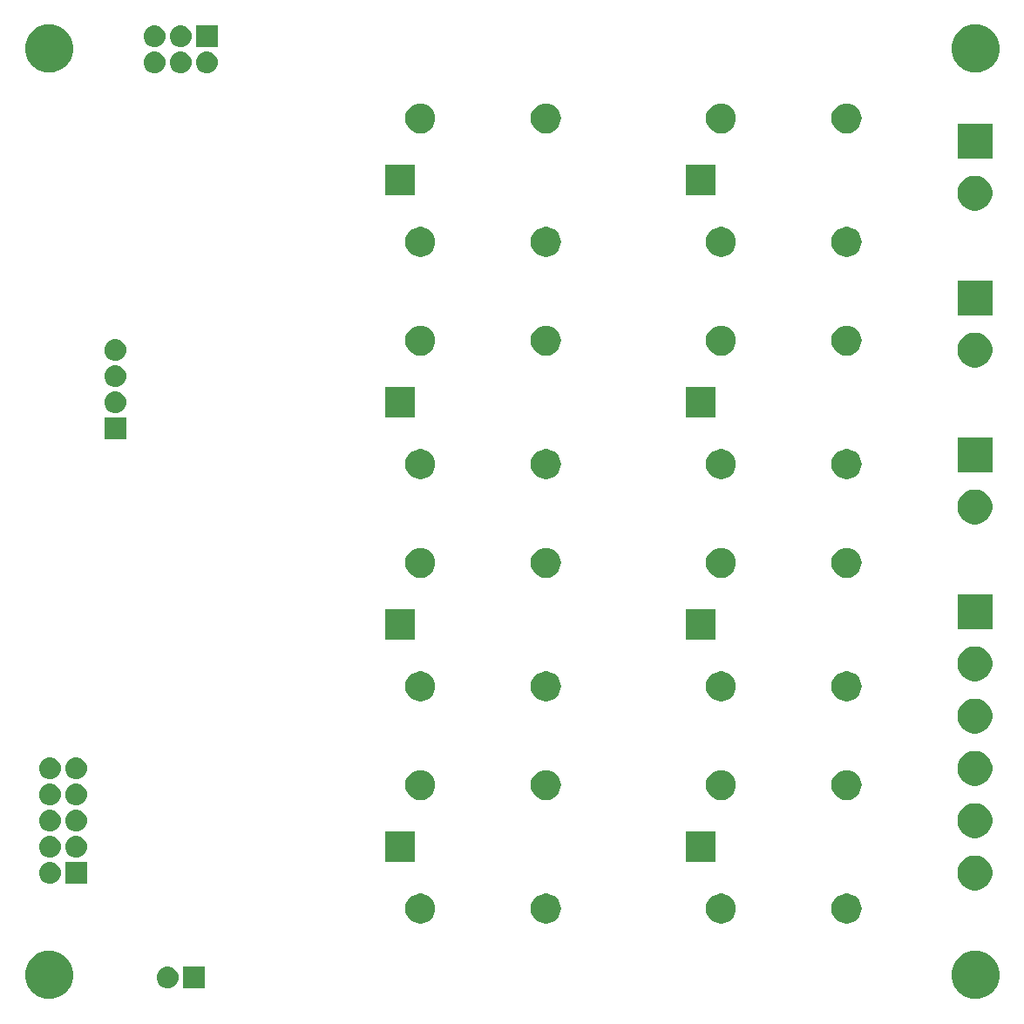
<source format=gbs>
G04 #@! TF.GenerationSoftware,KiCad,Pcbnew,6.0.0-rc1-unknown-7b10490~66~ubuntu16.04.1*
G04 #@! TF.CreationDate,2018-10-31T23:07:41+01:00*
G04 #@! TF.ProjectId,exhaust_control,65786861-7573-4745-9f63-6f6e74726f6c,rev?*
G04 #@! TF.SameCoordinates,Original*
G04 #@! TF.FileFunction,Soldermask,Bot*
G04 #@! TF.FilePolarity,Negative*
%FSLAX46Y46*%
G04 Gerber Fmt 4.6, Leading zero omitted, Abs format (unit mm)*
G04 Created by KiCad (PCBNEW 6.0.0-rc1-unknown-7b10490~66~ubuntu16.04.1) date Wed 31 Oct 2018 23:07:41 CET*
%MOMM*%
%LPD*%
G01*
G04 APERTURE LIST*
%ADD10C,0.100000*%
G04 APERTURE END LIST*
D10*
G36*
X95344959Y-92672577D02*
X95685470Y-92740309D01*
X96113143Y-92917457D01*
X96498038Y-93174636D01*
X96825364Y-93501962D01*
X97082543Y-93886857D01*
X97259691Y-94314530D01*
X97350000Y-94768545D01*
X97350000Y-95231455D01*
X97259691Y-95685470D01*
X97082543Y-96113143D01*
X96825364Y-96498038D01*
X96498038Y-96825364D01*
X96113143Y-97082543D01*
X95685470Y-97259691D01*
X95344959Y-97327423D01*
X95231456Y-97350000D01*
X94768544Y-97350000D01*
X94655041Y-97327423D01*
X94314530Y-97259691D01*
X93886857Y-97082543D01*
X93501962Y-96825364D01*
X93174636Y-96498038D01*
X92917457Y-96113143D01*
X92740309Y-95685470D01*
X92650000Y-95231455D01*
X92650000Y-94768545D01*
X92740309Y-94314530D01*
X92917457Y-93886857D01*
X93174636Y-93501962D01*
X93501962Y-93174636D01*
X93886857Y-92917457D01*
X94314530Y-92740309D01*
X94655041Y-92672577D01*
X94768544Y-92650000D01*
X95231456Y-92650000D01*
X95344959Y-92672577D01*
X95344959Y-92672577D01*
G37*
G36*
X5344959Y-92672577D02*
X5685470Y-92740309D01*
X6113143Y-92917457D01*
X6498038Y-93174636D01*
X6825364Y-93501962D01*
X7082543Y-93886857D01*
X7259691Y-94314530D01*
X7350000Y-94768545D01*
X7350000Y-95231455D01*
X7259691Y-95685470D01*
X7082543Y-96113143D01*
X6825364Y-96498038D01*
X6498038Y-96825364D01*
X6113143Y-97082543D01*
X5685470Y-97259691D01*
X5344959Y-97327423D01*
X5231456Y-97350000D01*
X4768544Y-97350000D01*
X4655041Y-97327423D01*
X4314530Y-97259691D01*
X3886857Y-97082543D01*
X3501962Y-96825364D01*
X3174636Y-96498038D01*
X2917457Y-96113143D01*
X2740309Y-95685470D01*
X2650000Y-95231455D01*
X2650000Y-94768545D01*
X2740309Y-94314530D01*
X2917457Y-93886857D01*
X3174636Y-93501962D01*
X3501962Y-93174636D01*
X3886857Y-92917457D01*
X4314530Y-92740309D01*
X4655041Y-92672577D01*
X4768544Y-92650000D01*
X5231456Y-92650000D01*
X5344959Y-92672577D01*
X5344959Y-92672577D01*
G37*
G36*
X16638707Y-94207596D02*
X16715836Y-94215193D01*
X16847787Y-94255220D01*
X16913763Y-94275233D01*
X17096172Y-94372733D01*
X17256054Y-94503946D01*
X17387267Y-94663828D01*
X17484767Y-94846237D01*
X17484767Y-94846238D01*
X17544807Y-95044164D01*
X17565080Y-95250000D01*
X17544807Y-95455836D01*
X17504780Y-95587787D01*
X17484767Y-95653763D01*
X17387267Y-95836172D01*
X17256054Y-95996054D01*
X17096172Y-96127267D01*
X16913763Y-96224767D01*
X16847787Y-96244780D01*
X16715836Y-96284807D01*
X16638707Y-96292403D01*
X16561580Y-96300000D01*
X16458420Y-96300000D01*
X16381293Y-96292403D01*
X16304164Y-96284807D01*
X16172213Y-96244780D01*
X16106237Y-96224767D01*
X15923828Y-96127267D01*
X15763946Y-95996054D01*
X15632733Y-95836172D01*
X15535233Y-95653763D01*
X15515220Y-95587787D01*
X15475193Y-95455836D01*
X15454920Y-95250000D01*
X15475193Y-95044164D01*
X15535233Y-94846238D01*
X15535233Y-94846237D01*
X15632733Y-94663828D01*
X15763946Y-94503946D01*
X15923828Y-94372733D01*
X16106237Y-94275233D01*
X16172213Y-94255220D01*
X16304164Y-94215193D01*
X16381293Y-94207596D01*
X16458420Y-94200000D01*
X16561580Y-94200000D01*
X16638707Y-94207596D01*
X16638707Y-94207596D01*
G37*
G36*
X20100000Y-96300000D02*
X18000000Y-96300000D01*
X18000000Y-94200000D01*
X20100000Y-94200000D01*
X20100000Y-96300000D01*
X20100000Y-96300000D01*
G37*
G36*
X70383830Y-87104196D02*
X70554250Y-87120981D01*
X70827576Y-87203894D01*
X71079474Y-87338536D01*
X71300265Y-87519735D01*
X71481464Y-87740526D01*
X71616106Y-87992424D01*
X71699019Y-88265750D01*
X71727015Y-88550000D01*
X71699019Y-88834250D01*
X71616106Y-89107576D01*
X71481464Y-89359474D01*
X71300265Y-89580265D01*
X71079474Y-89761464D01*
X70827576Y-89896106D01*
X70554250Y-89979019D01*
X70383830Y-89995804D01*
X70341226Y-90000000D01*
X70198774Y-90000000D01*
X70156170Y-89995804D01*
X69985750Y-89979019D01*
X69712424Y-89896106D01*
X69460526Y-89761464D01*
X69239735Y-89580265D01*
X69058536Y-89359474D01*
X68923894Y-89107576D01*
X68840981Y-88834250D01*
X68812985Y-88550000D01*
X68840981Y-88265750D01*
X68923894Y-87992424D01*
X69058536Y-87740526D01*
X69239735Y-87519735D01*
X69460526Y-87338536D01*
X69712424Y-87203894D01*
X69985750Y-87120981D01*
X70156170Y-87104196D01*
X70198774Y-87100000D01*
X70341226Y-87100000D01*
X70383830Y-87104196D01*
X70383830Y-87104196D01*
G37*
G36*
X82583830Y-87104196D02*
X82754250Y-87120981D01*
X83027576Y-87203894D01*
X83279474Y-87338536D01*
X83500265Y-87519735D01*
X83681464Y-87740526D01*
X83816106Y-87992424D01*
X83899019Y-88265750D01*
X83927015Y-88550000D01*
X83899019Y-88834250D01*
X83816106Y-89107576D01*
X83681464Y-89359474D01*
X83500265Y-89580265D01*
X83279474Y-89761464D01*
X83027576Y-89896106D01*
X82754250Y-89979019D01*
X82583830Y-89995804D01*
X82541226Y-90000000D01*
X82398774Y-90000000D01*
X82356170Y-89995804D01*
X82185750Y-89979019D01*
X81912424Y-89896106D01*
X81660526Y-89761464D01*
X81439735Y-89580265D01*
X81258536Y-89359474D01*
X81123894Y-89107576D01*
X81040981Y-88834250D01*
X81012985Y-88550000D01*
X81040981Y-88265750D01*
X81123894Y-87992424D01*
X81258536Y-87740526D01*
X81439735Y-87519735D01*
X81660526Y-87338536D01*
X81912424Y-87203894D01*
X82185750Y-87120981D01*
X82356170Y-87104196D01*
X82398774Y-87100000D01*
X82541226Y-87100000D01*
X82583830Y-87104196D01*
X82583830Y-87104196D01*
G37*
G36*
X41173830Y-87104196D02*
X41344250Y-87120981D01*
X41617576Y-87203894D01*
X41869474Y-87338536D01*
X42090265Y-87519735D01*
X42271464Y-87740526D01*
X42406106Y-87992424D01*
X42489019Y-88265750D01*
X42517015Y-88550000D01*
X42489019Y-88834250D01*
X42406106Y-89107576D01*
X42271464Y-89359474D01*
X42090265Y-89580265D01*
X41869474Y-89761464D01*
X41617576Y-89896106D01*
X41344250Y-89979019D01*
X41173830Y-89995804D01*
X41131226Y-90000000D01*
X40988774Y-90000000D01*
X40946170Y-89995804D01*
X40775750Y-89979019D01*
X40502424Y-89896106D01*
X40250526Y-89761464D01*
X40029735Y-89580265D01*
X39848536Y-89359474D01*
X39713894Y-89107576D01*
X39630981Y-88834250D01*
X39602985Y-88550000D01*
X39630981Y-88265750D01*
X39713894Y-87992424D01*
X39848536Y-87740526D01*
X40029735Y-87519735D01*
X40250526Y-87338536D01*
X40502424Y-87203894D01*
X40775750Y-87120981D01*
X40946170Y-87104196D01*
X40988774Y-87100000D01*
X41131226Y-87100000D01*
X41173830Y-87104196D01*
X41173830Y-87104196D01*
G37*
G36*
X53373830Y-87104196D02*
X53544250Y-87120981D01*
X53817576Y-87203894D01*
X54069474Y-87338536D01*
X54290265Y-87519735D01*
X54471464Y-87740526D01*
X54606106Y-87992424D01*
X54689019Y-88265750D01*
X54717015Y-88550000D01*
X54689019Y-88834250D01*
X54606106Y-89107576D01*
X54471464Y-89359474D01*
X54290265Y-89580265D01*
X54069474Y-89761464D01*
X53817576Y-89896106D01*
X53544250Y-89979019D01*
X53373830Y-89995804D01*
X53331226Y-90000000D01*
X53188774Y-90000000D01*
X53146170Y-89995804D01*
X52975750Y-89979019D01*
X52702424Y-89896106D01*
X52450526Y-89761464D01*
X52229735Y-89580265D01*
X52048536Y-89359474D01*
X51913894Y-89107576D01*
X51830981Y-88834250D01*
X51802985Y-88550000D01*
X51830981Y-88265750D01*
X51913894Y-87992424D01*
X52048536Y-87740526D01*
X52229735Y-87519735D01*
X52450526Y-87338536D01*
X52702424Y-87203894D01*
X52975750Y-87120981D01*
X53146170Y-87104196D01*
X53188774Y-87100000D01*
X53331226Y-87100000D01*
X53373830Y-87104196D01*
X53373830Y-87104196D01*
G37*
G36*
X95326393Y-83433553D02*
X95435872Y-83455330D01*
X95745252Y-83583479D01*
X96023687Y-83769523D01*
X96260477Y-84006313D01*
X96446521Y-84284748D01*
X96574670Y-84594128D01*
X96640000Y-84922565D01*
X96640000Y-85257435D01*
X96574670Y-85585872D01*
X96446521Y-85895252D01*
X96260477Y-86173687D01*
X96023687Y-86410477D01*
X95745252Y-86596521D01*
X95435872Y-86724670D01*
X95326393Y-86746447D01*
X95107437Y-86790000D01*
X94772563Y-86790000D01*
X94553607Y-86746447D01*
X94444128Y-86724670D01*
X94134748Y-86596521D01*
X93856313Y-86410477D01*
X93619523Y-86173687D01*
X93433479Y-85895252D01*
X93305330Y-85585872D01*
X93240000Y-85257435D01*
X93240000Y-84922565D01*
X93305330Y-84594128D01*
X93433479Y-84284748D01*
X93619523Y-84006313D01*
X93856313Y-83769523D01*
X94134748Y-83583479D01*
X94444128Y-83455330D01*
X94553607Y-83433553D01*
X94772563Y-83390000D01*
X95107437Y-83390000D01*
X95326393Y-83433553D01*
X95326393Y-83433553D01*
G37*
G36*
X8670000Y-86140000D02*
X6570000Y-86140000D01*
X6570000Y-84040000D01*
X8670000Y-84040000D01*
X8670000Y-86140000D01*
X8670000Y-86140000D01*
G37*
G36*
X5208707Y-84047596D02*
X5285836Y-84055193D01*
X5417787Y-84095220D01*
X5483763Y-84115233D01*
X5666172Y-84212733D01*
X5826054Y-84343946D01*
X5957267Y-84503828D01*
X6054767Y-84686237D01*
X6054767Y-84686238D01*
X6114807Y-84884164D01*
X6135080Y-85090000D01*
X6114807Y-85295836D01*
X6074780Y-85427787D01*
X6054767Y-85493763D01*
X5957267Y-85676172D01*
X5826054Y-85836054D01*
X5666172Y-85967267D01*
X5483763Y-86064767D01*
X5417787Y-86084780D01*
X5285836Y-86124807D01*
X5208707Y-86132403D01*
X5131580Y-86140000D01*
X5028420Y-86140000D01*
X4951293Y-86132403D01*
X4874164Y-86124807D01*
X4742213Y-86084780D01*
X4676237Y-86064767D01*
X4493828Y-85967267D01*
X4333946Y-85836054D01*
X4202733Y-85676172D01*
X4105233Y-85493763D01*
X4085220Y-85427787D01*
X4045193Y-85295836D01*
X4024920Y-85090000D01*
X4045193Y-84884164D01*
X4105233Y-84686238D01*
X4105233Y-84686237D01*
X4202733Y-84503828D01*
X4333946Y-84343946D01*
X4493828Y-84212733D01*
X4676237Y-84115233D01*
X4742213Y-84095220D01*
X4874164Y-84055193D01*
X4951293Y-84047596D01*
X5028420Y-84040000D01*
X5131580Y-84040000D01*
X5208707Y-84047596D01*
X5208707Y-84047596D01*
G37*
G36*
X69720000Y-84000000D02*
X66820000Y-84000000D01*
X66820000Y-81100000D01*
X69720000Y-81100000D01*
X69720000Y-84000000D01*
X69720000Y-84000000D01*
G37*
G36*
X40510000Y-84000000D02*
X37610000Y-84000000D01*
X37610000Y-81100000D01*
X40510000Y-81100000D01*
X40510000Y-84000000D01*
X40510000Y-84000000D01*
G37*
G36*
X7748707Y-81507597D02*
X7825836Y-81515193D01*
X7957787Y-81555220D01*
X8023763Y-81575233D01*
X8206172Y-81672733D01*
X8366054Y-81803946D01*
X8497267Y-81963828D01*
X8594767Y-82146237D01*
X8594767Y-82146238D01*
X8654807Y-82344164D01*
X8675080Y-82550000D01*
X8654807Y-82755836D01*
X8614780Y-82887787D01*
X8594767Y-82953763D01*
X8497267Y-83136172D01*
X8366054Y-83296054D01*
X8206172Y-83427267D01*
X8023763Y-83524767D01*
X7957787Y-83544780D01*
X7825836Y-83584807D01*
X7748707Y-83592404D01*
X7671580Y-83600000D01*
X7568420Y-83600000D01*
X7491293Y-83592404D01*
X7414164Y-83584807D01*
X7282213Y-83544780D01*
X7216237Y-83524767D01*
X7033828Y-83427267D01*
X6873946Y-83296054D01*
X6742733Y-83136172D01*
X6645233Y-82953763D01*
X6625220Y-82887787D01*
X6585193Y-82755836D01*
X6564920Y-82550000D01*
X6585193Y-82344164D01*
X6645233Y-82146238D01*
X6645233Y-82146237D01*
X6742733Y-81963828D01*
X6873946Y-81803946D01*
X7033828Y-81672733D01*
X7216237Y-81575233D01*
X7282213Y-81555220D01*
X7414164Y-81515193D01*
X7491293Y-81507597D01*
X7568420Y-81500000D01*
X7671580Y-81500000D01*
X7748707Y-81507597D01*
X7748707Y-81507597D01*
G37*
G36*
X5208707Y-81507597D02*
X5285836Y-81515193D01*
X5417787Y-81555220D01*
X5483763Y-81575233D01*
X5666172Y-81672733D01*
X5826054Y-81803946D01*
X5957267Y-81963828D01*
X6054767Y-82146237D01*
X6054767Y-82146238D01*
X6114807Y-82344164D01*
X6135080Y-82550000D01*
X6114807Y-82755836D01*
X6074780Y-82887787D01*
X6054767Y-82953763D01*
X5957267Y-83136172D01*
X5826054Y-83296054D01*
X5666172Y-83427267D01*
X5483763Y-83524767D01*
X5417787Y-83544780D01*
X5285836Y-83584807D01*
X5208707Y-83592404D01*
X5131580Y-83600000D01*
X5028420Y-83600000D01*
X4951293Y-83592404D01*
X4874164Y-83584807D01*
X4742213Y-83544780D01*
X4676237Y-83524767D01*
X4493828Y-83427267D01*
X4333946Y-83296054D01*
X4202733Y-83136172D01*
X4105233Y-82953763D01*
X4085220Y-82887787D01*
X4045193Y-82755836D01*
X4024920Y-82550000D01*
X4045193Y-82344164D01*
X4105233Y-82146238D01*
X4105233Y-82146237D01*
X4202733Y-81963828D01*
X4333946Y-81803946D01*
X4493828Y-81672733D01*
X4676237Y-81575233D01*
X4742213Y-81555220D01*
X4874164Y-81515193D01*
X4951293Y-81507597D01*
X5028420Y-81500000D01*
X5131580Y-81500000D01*
X5208707Y-81507597D01*
X5208707Y-81507597D01*
G37*
G36*
X95326393Y-78353553D02*
X95435872Y-78375330D01*
X95745252Y-78503479D01*
X96023687Y-78689523D01*
X96260477Y-78926313D01*
X96446521Y-79204748D01*
X96574670Y-79514128D01*
X96640000Y-79842565D01*
X96640000Y-80177435D01*
X96574670Y-80505872D01*
X96446521Y-80815252D01*
X96260477Y-81093687D01*
X96023687Y-81330477D01*
X95745252Y-81516521D01*
X95435872Y-81644670D01*
X95326393Y-81666447D01*
X95107437Y-81710000D01*
X94772563Y-81710000D01*
X94553607Y-81666447D01*
X94444128Y-81644670D01*
X94134748Y-81516521D01*
X93856313Y-81330477D01*
X93619523Y-81093687D01*
X93433479Y-80815252D01*
X93305330Y-80505872D01*
X93240000Y-80177435D01*
X93240000Y-79842565D01*
X93305330Y-79514128D01*
X93433479Y-79204748D01*
X93619523Y-78926313D01*
X93856313Y-78689523D01*
X94134748Y-78503479D01*
X94444128Y-78375330D01*
X94553607Y-78353553D01*
X94772563Y-78310000D01*
X95107437Y-78310000D01*
X95326393Y-78353553D01*
X95326393Y-78353553D01*
G37*
G36*
X5208707Y-78967597D02*
X5285836Y-78975193D01*
X5417787Y-79015220D01*
X5483763Y-79035233D01*
X5666172Y-79132733D01*
X5826054Y-79263946D01*
X5957267Y-79423828D01*
X6054767Y-79606237D01*
X6054767Y-79606238D01*
X6114807Y-79804164D01*
X6135080Y-80010000D01*
X6114807Y-80215836D01*
X6074780Y-80347787D01*
X6054767Y-80413763D01*
X5957267Y-80596172D01*
X5826054Y-80756054D01*
X5666172Y-80887267D01*
X5483763Y-80984767D01*
X5417787Y-81004780D01*
X5285836Y-81044807D01*
X5208707Y-81052404D01*
X5131580Y-81060000D01*
X5028420Y-81060000D01*
X4951293Y-81052404D01*
X4874164Y-81044807D01*
X4742213Y-81004780D01*
X4676237Y-80984767D01*
X4493828Y-80887267D01*
X4333946Y-80756054D01*
X4202733Y-80596172D01*
X4105233Y-80413763D01*
X4085220Y-80347787D01*
X4045193Y-80215836D01*
X4024920Y-80010000D01*
X4045193Y-79804164D01*
X4105233Y-79606238D01*
X4105233Y-79606237D01*
X4202733Y-79423828D01*
X4333946Y-79263946D01*
X4493828Y-79132733D01*
X4676237Y-79035233D01*
X4742213Y-79015220D01*
X4874164Y-78975193D01*
X4951293Y-78967597D01*
X5028420Y-78960000D01*
X5131580Y-78960000D01*
X5208707Y-78967597D01*
X5208707Y-78967597D01*
G37*
G36*
X7748707Y-78967597D02*
X7825836Y-78975193D01*
X7957787Y-79015220D01*
X8023763Y-79035233D01*
X8206172Y-79132733D01*
X8366054Y-79263946D01*
X8497267Y-79423828D01*
X8594767Y-79606237D01*
X8594767Y-79606238D01*
X8654807Y-79804164D01*
X8675080Y-80010000D01*
X8654807Y-80215836D01*
X8614780Y-80347787D01*
X8594767Y-80413763D01*
X8497267Y-80596172D01*
X8366054Y-80756054D01*
X8206172Y-80887267D01*
X8023763Y-80984767D01*
X7957787Y-81004780D01*
X7825836Y-81044807D01*
X7748707Y-81052404D01*
X7671580Y-81060000D01*
X7568420Y-81060000D01*
X7491293Y-81052404D01*
X7414164Y-81044807D01*
X7282213Y-81004780D01*
X7216237Y-80984767D01*
X7033828Y-80887267D01*
X6873946Y-80756054D01*
X6742733Y-80596172D01*
X6645233Y-80413763D01*
X6625220Y-80347787D01*
X6585193Y-80215836D01*
X6564920Y-80010000D01*
X6585193Y-79804164D01*
X6645233Y-79606238D01*
X6645233Y-79606237D01*
X6742733Y-79423828D01*
X6873946Y-79263946D01*
X7033828Y-79132733D01*
X7216237Y-79035233D01*
X7282213Y-79015220D01*
X7414164Y-78975193D01*
X7491293Y-78967597D01*
X7568420Y-78960000D01*
X7671580Y-78960000D01*
X7748707Y-78967597D01*
X7748707Y-78967597D01*
G37*
G36*
X7748707Y-76427597D02*
X7825836Y-76435193D01*
X7957787Y-76475220D01*
X8023763Y-76495233D01*
X8206172Y-76592733D01*
X8366054Y-76723946D01*
X8497267Y-76883828D01*
X8594767Y-77066237D01*
X8594767Y-77066238D01*
X8654807Y-77264164D01*
X8675080Y-77470000D01*
X8654807Y-77675836D01*
X8628833Y-77761462D01*
X8594767Y-77873763D01*
X8497267Y-78056172D01*
X8366054Y-78216054D01*
X8206172Y-78347267D01*
X8023763Y-78444767D01*
X7957787Y-78464780D01*
X7825836Y-78504807D01*
X7748707Y-78512404D01*
X7671580Y-78520000D01*
X7568420Y-78520000D01*
X7491293Y-78512404D01*
X7414164Y-78504807D01*
X7282213Y-78464780D01*
X7216237Y-78444767D01*
X7033828Y-78347267D01*
X6873946Y-78216054D01*
X6742733Y-78056172D01*
X6645233Y-77873763D01*
X6611167Y-77761462D01*
X6585193Y-77675836D01*
X6564920Y-77470000D01*
X6585193Y-77264164D01*
X6645233Y-77066238D01*
X6645233Y-77066237D01*
X6742733Y-76883828D01*
X6873946Y-76723946D01*
X7033828Y-76592733D01*
X7216237Y-76495233D01*
X7282213Y-76475220D01*
X7414164Y-76435193D01*
X7491293Y-76427597D01*
X7568420Y-76420000D01*
X7671580Y-76420000D01*
X7748707Y-76427597D01*
X7748707Y-76427597D01*
G37*
G36*
X5208707Y-76427597D02*
X5285836Y-76435193D01*
X5417787Y-76475220D01*
X5483763Y-76495233D01*
X5666172Y-76592733D01*
X5826054Y-76723946D01*
X5957267Y-76883828D01*
X6054767Y-77066237D01*
X6054767Y-77066238D01*
X6114807Y-77264164D01*
X6135080Y-77470000D01*
X6114807Y-77675836D01*
X6088833Y-77761462D01*
X6054767Y-77873763D01*
X5957267Y-78056172D01*
X5826054Y-78216054D01*
X5666172Y-78347267D01*
X5483763Y-78444767D01*
X5417787Y-78464780D01*
X5285836Y-78504807D01*
X5208707Y-78512404D01*
X5131580Y-78520000D01*
X5028420Y-78520000D01*
X4951293Y-78512404D01*
X4874164Y-78504807D01*
X4742213Y-78464780D01*
X4676237Y-78444767D01*
X4493828Y-78347267D01*
X4333946Y-78216054D01*
X4202733Y-78056172D01*
X4105233Y-77873763D01*
X4071167Y-77761462D01*
X4045193Y-77675836D01*
X4024920Y-77470000D01*
X4045193Y-77264164D01*
X4105233Y-77066238D01*
X4105233Y-77066237D01*
X4202733Y-76883828D01*
X4333946Y-76723946D01*
X4493828Y-76592733D01*
X4676237Y-76495233D01*
X4742213Y-76475220D01*
X4874164Y-76435193D01*
X4951293Y-76427597D01*
X5028420Y-76420000D01*
X5131580Y-76420000D01*
X5208707Y-76427597D01*
X5208707Y-76427597D01*
G37*
G36*
X70383830Y-75104196D02*
X70554250Y-75120981D01*
X70827576Y-75203894D01*
X71079474Y-75338536D01*
X71300265Y-75519735D01*
X71481464Y-75740526D01*
X71616106Y-75992424D01*
X71699019Y-76265750D01*
X71727015Y-76550000D01*
X71699019Y-76834250D01*
X71616106Y-77107576D01*
X71481464Y-77359474D01*
X71300265Y-77580265D01*
X71079474Y-77761464D01*
X70827576Y-77896106D01*
X70554250Y-77979019D01*
X70383830Y-77995804D01*
X70341226Y-78000000D01*
X70198774Y-78000000D01*
X70156170Y-77995804D01*
X69985750Y-77979019D01*
X69712424Y-77896106D01*
X69460526Y-77761464D01*
X69239735Y-77580265D01*
X69058536Y-77359474D01*
X68923894Y-77107576D01*
X68840981Y-76834250D01*
X68812985Y-76550000D01*
X68840981Y-76265750D01*
X68923894Y-75992424D01*
X69058536Y-75740526D01*
X69239735Y-75519735D01*
X69460526Y-75338536D01*
X69712424Y-75203894D01*
X69985750Y-75120981D01*
X70156170Y-75104196D01*
X70198774Y-75100000D01*
X70341226Y-75100000D01*
X70383830Y-75104196D01*
X70383830Y-75104196D01*
G37*
G36*
X82583830Y-75104196D02*
X82754250Y-75120981D01*
X83027576Y-75203894D01*
X83279474Y-75338536D01*
X83500265Y-75519735D01*
X83681464Y-75740526D01*
X83816106Y-75992424D01*
X83899019Y-76265750D01*
X83927015Y-76550000D01*
X83899019Y-76834250D01*
X83816106Y-77107576D01*
X83681464Y-77359474D01*
X83500265Y-77580265D01*
X83279474Y-77761464D01*
X83027576Y-77896106D01*
X82754250Y-77979019D01*
X82583830Y-77995804D01*
X82541226Y-78000000D01*
X82398774Y-78000000D01*
X82356170Y-77995804D01*
X82185750Y-77979019D01*
X81912424Y-77896106D01*
X81660526Y-77761464D01*
X81439735Y-77580265D01*
X81258536Y-77359474D01*
X81123894Y-77107576D01*
X81040981Y-76834250D01*
X81012985Y-76550000D01*
X81040981Y-76265750D01*
X81123894Y-75992424D01*
X81258536Y-75740526D01*
X81439735Y-75519735D01*
X81660526Y-75338536D01*
X81912424Y-75203894D01*
X82185750Y-75120981D01*
X82356170Y-75104196D01*
X82398774Y-75100000D01*
X82541226Y-75100000D01*
X82583830Y-75104196D01*
X82583830Y-75104196D01*
G37*
G36*
X53373830Y-75104196D02*
X53544250Y-75120981D01*
X53817576Y-75203894D01*
X54069474Y-75338536D01*
X54290265Y-75519735D01*
X54471464Y-75740526D01*
X54606106Y-75992424D01*
X54689019Y-76265750D01*
X54717015Y-76550000D01*
X54689019Y-76834250D01*
X54606106Y-77107576D01*
X54471464Y-77359474D01*
X54290265Y-77580265D01*
X54069474Y-77761464D01*
X53817576Y-77896106D01*
X53544250Y-77979019D01*
X53373830Y-77995804D01*
X53331226Y-78000000D01*
X53188774Y-78000000D01*
X53146170Y-77995804D01*
X52975750Y-77979019D01*
X52702424Y-77896106D01*
X52450526Y-77761464D01*
X52229735Y-77580265D01*
X52048536Y-77359474D01*
X51913894Y-77107576D01*
X51830981Y-76834250D01*
X51802985Y-76550000D01*
X51830981Y-76265750D01*
X51913894Y-75992424D01*
X52048536Y-75740526D01*
X52229735Y-75519735D01*
X52450526Y-75338536D01*
X52702424Y-75203894D01*
X52975750Y-75120981D01*
X53146170Y-75104196D01*
X53188774Y-75100000D01*
X53331226Y-75100000D01*
X53373830Y-75104196D01*
X53373830Y-75104196D01*
G37*
G36*
X41173830Y-75104196D02*
X41344250Y-75120981D01*
X41617576Y-75203894D01*
X41869474Y-75338536D01*
X42090265Y-75519735D01*
X42271464Y-75740526D01*
X42406106Y-75992424D01*
X42489019Y-76265750D01*
X42517015Y-76550000D01*
X42489019Y-76834250D01*
X42406106Y-77107576D01*
X42271464Y-77359474D01*
X42090265Y-77580265D01*
X41869474Y-77761464D01*
X41617576Y-77896106D01*
X41344250Y-77979019D01*
X41173830Y-77995804D01*
X41131226Y-78000000D01*
X40988774Y-78000000D01*
X40946170Y-77995804D01*
X40775750Y-77979019D01*
X40502424Y-77896106D01*
X40250526Y-77761464D01*
X40029735Y-77580265D01*
X39848536Y-77359474D01*
X39713894Y-77107576D01*
X39630981Y-76834250D01*
X39602985Y-76550000D01*
X39630981Y-76265750D01*
X39713894Y-75992424D01*
X39848536Y-75740526D01*
X40029735Y-75519735D01*
X40250526Y-75338536D01*
X40502424Y-75203894D01*
X40775750Y-75120981D01*
X40946170Y-75104196D01*
X40988774Y-75100000D01*
X41131226Y-75100000D01*
X41173830Y-75104196D01*
X41173830Y-75104196D01*
G37*
G36*
X95326393Y-73273553D02*
X95435872Y-73295330D01*
X95745252Y-73423479D01*
X96023687Y-73609523D01*
X96260477Y-73846313D01*
X96446521Y-74124748D01*
X96537267Y-74343829D01*
X96574670Y-74434129D01*
X96640000Y-74762563D01*
X96640000Y-75097437D01*
X96632362Y-75135834D01*
X96574670Y-75425872D01*
X96446521Y-75735252D01*
X96260477Y-76013687D01*
X96023687Y-76250477D01*
X95745252Y-76436521D01*
X95435872Y-76564670D01*
X95326393Y-76586447D01*
X95107437Y-76630000D01*
X94772563Y-76630000D01*
X94553607Y-76586447D01*
X94444128Y-76564670D01*
X94134748Y-76436521D01*
X93856313Y-76250477D01*
X93619523Y-76013687D01*
X93433479Y-75735252D01*
X93305330Y-75425872D01*
X93247638Y-75135834D01*
X93240000Y-75097437D01*
X93240000Y-74762563D01*
X93305330Y-74434129D01*
X93342733Y-74343829D01*
X93433479Y-74124748D01*
X93619523Y-73846313D01*
X93856313Y-73609523D01*
X94134748Y-73423479D01*
X94444128Y-73295330D01*
X94553607Y-73273553D01*
X94772563Y-73230000D01*
X95107437Y-73230000D01*
X95326393Y-73273553D01*
X95326393Y-73273553D01*
G37*
G36*
X7748707Y-73887597D02*
X7825836Y-73895193D01*
X7957787Y-73935220D01*
X8023763Y-73955233D01*
X8206172Y-74052733D01*
X8366054Y-74183946D01*
X8497267Y-74343828D01*
X8594767Y-74526237D01*
X8594767Y-74526238D01*
X8654807Y-74724164D01*
X8675080Y-74930000D01*
X8654807Y-75135836D01*
X8614780Y-75267787D01*
X8594767Y-75333763D01*
X8497267Y-75516172D01*
X8366054Y-75676054D01*
X8206172Y-75807267D01*
X8023763Y-75904767D01*
X7957787Y-75924780D01*
X7825836Y-75964807D01*
X7748707Y-75972404D01*
X7671580Y-75980000D01*
X7568420Y-75980000D01*
X7491293Y-75972404D01*
X7414164Y-75964807D01*
X7282213Y-75924780D01*
X7216237Y-75904767D01*
X7033828Y-75807267D01*
X6873946Y-75676054D01*
X6742733Y-75516172D01*
X6645233Y-75333763D01*
X6625220Y-75267787D01*
X6585193Y-75135836D01*
X6564920Y-74930000D01*
X6585193Y-74724164D01*
X6645233Y-74526238D01*
X6645233Y-74526237D01*
X6742733Y-74343828D01*
X6873946Y-74183946D01*
X7033828Y-74052733D01*
X7216237Y-73955233D01*
X7282213Y-73935220D01*
X7414164Y-73895193D01*
X7491293Y-73887597D01*
X7568420Y-73880000D01*
X7671580Y-73880000D01*
X7748707Y-73887597D01*
X7748707Y-73887597D01*
G37*
G36*
X5208707Y-73887597D02*
X5285836Y-73895193D01*
X5417787Y-73935220D01*
X5483763Y-73955233D01*
X5666172Y-74052733D01*
X5826054Y-74183946D01*
X5957267Y-74343828D01*
X6054767Y-74526237D01*
X6054767Y-74526238D01*
X6114807Y-74724164D01*
X6135080Y-74930000D01*
X6114807Y-75135836D01*
X6074780Y-75267787D01*
X6054767Y-75333763D01*
X5957267Y-75516172D01*
X5826054Y-75676054D01*
X5666172Y-75807267D01*
X5483763Y-75904767D01*
X5417787Y-75924780D01*
X5285836Y-75964807D01*
X5208707Y-75972404D01*
X5131580Y-75980000D01*
X5028420Y-75980000D01*
X4951293Y-75972404D01*
X4874164Y-75964807D01*
X4742213Y-75924780D01*
X4676237Y-75904767D01*
X4493828Y-75807267D01*
X4333946Y-75676054D01*
X4202733Y-75516172D01*
X4105233Y-75333763D01*
X4085220Y-75267787D01*
X4045193Y-75135836D01*
X4024920Y-74930000D01*
X4045193Y-74724164D01*
X4105233Y-74526238D01*
X4105233Y-74526237D01*
X4202733Y-74343828D01*
X4333946Y-74183946D01*
X4493828Y-74052733D01*
X4676237Y-73955233D01*
X4742213Y-73935220D01*
X4874164Y-73895193D01*
X4951293Y-73887597D01*
X5028420Y-73880000D01*
X5131580Y-73880000D01*
X5208707Y-73887597D01*
X5208707Y-73887597D01*
G37*
G36*
X95326393Y-68193553D02*
X95435872Y-68215330D01*
X95745252Y-68343479D01*
X96023687Y-68529523D01*
X96260477Y-68766313D01*
X96446521Y-69044748D01*
X96574670Y-69354128D01*
X96640000Y-69682565D01*
X96640000Y-70017435D01*
X96574670Y-70345872D01*
X96446521Y-70655252D01*
X96260477Y-70933687D01*
X96023687Y-71170477D01*
X95745252Y-71356521D01*
X95435872Y-71484670D01*
X95326393Y-71506447D01*
X95107437Y-71550000D01*
X94772563Y-71550000D01*
X94553607Y-71506447D01*
X94444128Y-71484670D01*
X94134748Y-71356521D01*
X93856313Y-71170477D01*
X93619523Y-70933687D01*
X93433479Y-70655252D01*
X93305330Y-70345872D01*
X93240000Y-70017435D01*
X93240000Y-69682565D01*
X93305330Y-69354128D01*
X93433479Y-69044748D01*
X93619523Y-68766313D01*
X93856313Y-68529523D01*
X94134748Y-68343479D01*
X94444128Y-68215330D01*
X94553607Y-68193553D01*
X94772563Y-68150000D01*
X95107437Y-68150000D01*
X95326393Y-68193553D01*
X95326393Y-68193553D01*
G37*
G36*
X41173830Y-65514196D02*
X41344250Y-65530981D01*
X41617576Y-65613894D01*
X41869474Y-65748536D01*
X42090265Y-65929735D01*
X42271464Y-66150526D01*
X42406106Y-66402424D01*
X42489019Y-66675750D01*
X42517015Y-66960000D01*
X42489019Y-67244250D01*
X42406106Y-67517576D01*
X42271464Y-67769474D01*
X42090265Y-67990265D01*
X41869474Y-68171464D01*
X41617576Y-68306106D01*
X41344250Y-68389019D01*
X41173830Y-68405804D01*
X41131226Y-68410000D01*
X40988774Y-68410000D01*
X40946170Y-68405804D01*
X40775750Y-68389019D01*
X40502424Y-68306106D01*
X40250526Y-68171464D01*
X40029735Y-67990265D01*
X39848536Y-67769474D01*
X39713894Y-67517576D01*
X39630981Y-67244250D01*
X39602985Y-66960000D01*
X39630981Y-66675750D01*
X39713894Y-66402424D01*
X39848536Y-66150526D01*
X40029735Y-65929735D01*
X40250526Y-65748536D01*
X40502424Y-65613894D01*
X40775750Y-65530981D01*
X40946170Y-65514196D01*
X40988774Y-65510000D01*
X41131226Y-65510000D01*
X41173830Y-65514196D01*
X41173830Y-65514196D01*
G37*
G36*
X82583830Y-65514196D02*
X82754250Y-65530981D01*
X83027576Y-65613894D01*
X83279474Y-65748536D01*
X83500265Y-65929735D01*
X83681464Y-66150526D01*
X83816106Y-66402424D01*
X83899019Y-66675750D01*
X83927015Y-66960000D01*
X83899019Y-67244250D01*
X83816106Y-67517576D01*
X83681464Y-67769474D01*
X83500265Y-67990265D01*
X83279474Y-68171464D01*
X83027576Y-68306106D01*
X82754250Y-68389019D01*
X82583830Y-68405804D01*
X82541226Y-68410000D01*
X82398774Y-68410000D01*
X82356170Y-68405804D01*
X82185750Y-68389019D01*
X81912424Y-68306106D01*
X81660526Y-68171464D01*
X81439735Y-67990265D01*
X81258536Y-67769474D01*
X81123894Y-67517576D01*
X81040981Y-67244250D01*
X81012985Y-66960000D01*
X81040981Y-66675750D01*
X81123894Y-66402424D01*
X81258536Y-66150526D01*
X81439735Y-65929735D01*
X81660526Y-65748536D01*
X81912424Y-65613894D01*
X82185750Y-65530981D01*
X82356170Y-65514196D01*
X82398774Y-65510000D01*
X82541226Y-65510000D01*
X82583830Y-65514196D01*
X82583830Y-65514196D01*
G37*
G36*
X70383830Y-65514196D02*
X70554250Y-65530981D01*
X70827576Y-65613894D01*
X71079474Y-65748536D01*
X71300265Y-65929735D01*
X71481464Y-66150526D01*
X71616106Y-66402424D01*
X71699019Y-66675750D01*
X71727015Y-66960000D01*
X71699019Y-67244250D01*
X71616106Y-67517576D01*
X71481464Y-67769474D01*
X71300265Y-67990265D01*
X71079474Y-68171464D01*
X70827576Y-68306106D01*
X70554250Y-68389019D01*
X70383830Y-68405804D01*
X70341226Y-68410000D01*
X70198774Y-68410000D01*
X70156170Y-68405804D01*
X69985750Y-68389019D01*
X69712424Y-68306106D01*
X69460526Y-68171464D01*
X69239735Y-67990265D01*
X69058536Y-67769474D01*
X68923894Y-67517576D01*
X68840981Y-67244250D01*
X68812985Y-66960000D01*
X68840981Y-66675750D01*
X68923894Y-66402424D01*
X69058536Y-66150526D01*
X69239735Y-65929735D01*
X69460526Y-65748536D01*
X69712424Y-65613894D01*
X69985750Y-65530981D01*
X70156170Y-65514196D01*
X70198774Y-65510000D01*
X70341226Y-65510000D01*
X70383830Y-65514196D01*
X70383830Y-65514196D01*
G37*
G36*
X53373830Y-65514196D02*
X53544250Y-65530981D01*
X53817576Y-65613894D01*
X54069474Y-65748536D01*
X54290265Y-65929735D01*
X54471464Y-66150526D01*
X54606106Y-66402424D01*
X54689019Y-66675750D01*
X54717015Y-66960000D01*
X54689019Y-67244250D01*
X54606106Y-67517576D01*
X54471464Y-67769474D01*
X54290265Y-67990265D01*
X54069474Y-68171464D01*
X53817576Y-68306106D01*
X53544250Y-68389019D01*
X53373830Y-68405804D01*
X53331226Y-68410000D01*
X53188774Y-68410000D01*
X53146170Y-68405804D01*
X52975750Y-68389019D01*
X52702424Y-68306106D01*
X52450526Y-68171464D01*
X52229735Y-67990265D01*
X52048536Y-67769474D01*
X51913894Y-67517576D01*
X51830981Y-67244250D01*
X51802985Y-66960000D01*
X51830981Y-66675750D01*
X51913894Y-66402424D01*
X52048536Y-66150526D01*
X52229735Y-65929735D01*
X52450526Y-65748536D01*
X52702424Y-65613894D01*
X52975750Y-65530981D01*
X53146170Y-65514196D01*
X53188774Y-65510000D01*
X53331226Y-65510000D01*
X53373830Y-65514196D01*
X53373830Y-65514196D01*
G37*
G36*
X95326393Y-63113553D02*
X95435872Y-63135330D01*
X95745252Y-63263479D01*
X96023687Y-63449523D01*
X96260477Y-63686313D01*
X96446521Y-63964748D01*
X96574670Y-64274128D01*
X96640000Y-64602565D01*
X96640000Y-64937435D01*
X96574670Y-65265872D01*
X96446521Y-65575252D01*
X96260477Y-65853687D01*
X96023687Y-66090477D01*
X95745252Y-66276521D01*
X95435872Y-66404670D01*
X95326393Y-66426447D01*
X95107437Y-66470000D01*
X94772563Y-66470000D01*
X94553607Y-66426447D01*
X94444128Y-66404670D01*
X94134748Y-66276521D01*
X93856313Y-66090477D01*
X93619523Y-65853687D01*
X93433479Y-65575252D01*
X93305330Y-65265872D01*
X93240000Y-64937435D01*
X93240000Y-64602565D01*
X93305330Y-64274128D01*
X93433479Y-63964748D01*
X93619523Y-63686313D01*
X93856313Y-63449523D01*
X94134748Y-63263479D01*
X94444128Y-63135330D01*
X94553607Y-63113553D01*
X94772563Y-63070000D01*
X95107437Y-63070000D01*
X95326393Y-63113553D01*
X95326393Y-63113553D01*
G37*
G36*
X69720000Y-62410000D02*
X66820000Y-62410000D01*
X66820000Y-59510000D01*
X69720000Y-59510000D01*
X69720000Y-62410000D01*
X69720000Y-62410000D01*
G37*
G36*
X40510000Y-62410000D02*
X37610000Y-62410000D01*
X37610000Y-59510000D01*
X40510000Y-59510000D01*
X40510000Y-62410000D01*
X40510000Y-62410000D01*
G37*
G36*
X96640000Y-61390000D02*
X93240000Y-61390000D01*
X93240000Y-57990000D01*
X96640000Y-57990000D01*
X96640000Y-61390000D01*
X96640000Y-61390000D01*
G37*
G36*
X53373830Y-53514196D02*
X53544250Y-53530981D01*
X53817576Y-53613894D01*
X54069474Y-53748536D01*
X54290265Y-53929735D01*
X54471464Y-54150526D01*
X54606106Y-54402424D01*
X54689019Y-54675750D01*
X54717015Y-54960000D01*
X54689019Y-55244250D01*
X54606106Y-55517576D01*
X54471464Y-55769474D01*
X54290265Y-55990265D01*
X54069474Y-56171464D01*
X53817576Y-56306106D01*
X53544250Y-56389019D01*
X53373830Y-56405804D01*
X53331226Y-56410000D01*
X53188774Y-56410000D01*
X53146170Y-56405804D01*
X52975750Y-56389019D01*
X52702424Y-56306106D01*
X52450526Y-56171464D01*
X52229735Y-55990265D01*
X52048536Y-55769474D01*
X51913894Y-55517576D01*
X51830981Y-55244250D01*
X51802985Y-54960000D01*
X51830981Y-54675750D01*
X51913894Y-54402424D01*
X52048536Y-54150526D01*
X52229735Y-53929735D01*
X52450526Y-53748536D01*
X52702424Y-53613894D01*
X52975750Y-53530981D01*
X53146170Y-53514196D01*
X53188774Y-53510000D01*
X53331226Y-53510000D01*
X53373830Y-53514196D01*
X53373830Y-53514196D01*
G37*
G36*
X41173830Y-53514196D02*
X41344250Y-53530981D01*
X41617576Y-53613894D01*
X41869474Y-53748536D01*
X42090265Y-53929735D01*
X42271464Y-54150526D01*
X42406106Y-54402424D01*
X42489019Y-54675750D01*
X42517015Y-54960000D01*
X42489019Y-55244250D01*
X42406106Y-55517576D01*
X42271464Y-55769474D01*
X42090265Y-55990265D01*
X41869474Y-56171464D01*
X41617576Y-56306106D01*
X41344250Y-56389019D01*
X41173830Y-56405804D01*
X41131226Y-56410000D01*
X40988774Y-56410000D01*
X40946170Y-56405804D01*
X40775750Y-56389019D01*
X40502424Y-56306106D01*
X40250526Y-56171464D01*
X40029735Y-55990265D01*
X39848536Y-55769474D01*
X39713894Y-55517576D01*
X39630981Y-55244250D01*
X39602985Y-54960000D01*
X39630981Y-54675750D01*
X39713894Y-54402424D01*
X39848536Y-54150526D01*
X40029735Y-53929735D01*
X40250526Y-53748536D01*
X40502424Y-53613894D01*
X40775750Y-53530981D01*
X40946170Y-53514196D01*
X40988774Y-53510000D01*
X41131226Y-53510000D01*
X41173830Y-53514196D01*
X41173830Y-53514196D01*
G37*
G36*
X70383830Y-53514196D02*
X70554250Y-53530981D01*
X70827576Y-53613894D01*
X71079474Y-53748536D01*
X71300265Y-53929735D01*
X71481464Y-54150526D01*
X71616106Y-54402424D01*
X71699019Y-54675750D01*
X71727015Y-54960000D01*
X71699019Y-55244250D01*
X71616106Y-55517576D01*
X71481464Y-55769474D01*
X71300265Y-55990265D01*
X71079474Y-56171464D01*
X70827576Y-56306106D01*
X70554250Y-56389019D01*
X70383830Y-56405804D01*
X70341226Y-56410000D01*
X70198774Y-56410000D01*
X70156170Y-56405804D01*
X69985750Y-56389019D01*
X69712424Y-56306106D01*
X69460526Y-56171464D01*
X69239735Y-55990265D01*
X69058536Y-55769474D01*
X68923894Y-55517576D01*
X68840981Y-55244250D01*
X68812985Y-54960000D01*
X68840981Y-54675750D01*
X68923894Y-54402424D01*
X69058536Y-54150526D01*
X69239735Y-53929735D01*
X69460526Y-53748536D01*
X69712424Y-53613894D01*
X69985750Y-53530981D01*
X70156170Y-53514196D01*
X70198774Y-53510000D01*
X70341226Y-53510000D01*
X70383830Y-53514196D01*
X70383830Y-53514196D01*
G37*
G36*
X82583830Y-53514196D02*
X82754250Y-53530981D01*
X83027576Y-53613894D01*
X83279474Y-53748536D01*
X83500265Y-53929735D01*
X83681464Y-54150526D01*
X83816106Y-54402424D01*
X83899019Y-54675750D01*
X83927015Y-54960000D01*
X83899019Y-55244250D01*
X83816106Y-55517576D01*
X83681464Y-55769474D01*
X83500265Y-55990265D01*
X83279474Y-56171464D01*
X83027576Y-56306106D01*
X82754250Y-56389019D01*
X82583830Y-56405804D01*
X82541226Y-56410000D01*
X82398774Y-56410000D01*
X82356170Y-56405804D01*
X82185750Y-56389019D01*
X81912424Y-56306106D01*
X81660526Y-56171464D01*
X81439735Y-55990265D01*
X81258536Y-55769474D01*
X81123894Y-55517576D01*
X81040981Y-55244250D01*
X81012985Y-54960000D01*
X81040981Y-54675750D01*
X81123894Y-54402424D01*
X81258536Y-54150526D01*
X81439735Y-53929735D01*
X81660526Y-53748536D01*
X81912424Y-53613894D01*
X82185750Y-53530981D01*
X82356170Y-53514196D01*
X82398774Y-53510000D01*
X82541226Y-53510000D01*
X82583830Y-53514196D01*
X82583830Y-53514196D01*
G37*
G36*
X95326393Y-47873553D02*
X95435872Y-47895330D01*
X95745252Y-48023479D01*
X96023687Y-48209523D01*
X96260477Y-48446313D01*
X96446521Y-48724748D01*
X96574670Y-49034128D01*
X96640000Y-49362565D01*
X96640000Y-49697435D01*
X96574670Y-50025872D01*
X96446521Y-50335252D01*
X96260477Y-50613687D01*
X96023687Y-50850477D01*
X95745252Y-51036521D01*
X95435872Y-51164670D01*
X95326393Y-51186447D01*
X95107437Y-51230000D01*
X94772563Y-51230000D01*
X94553607Y-51186447D01*
X94444128Y-51164670D01*
X94134748Y-51036521D01*
X93856313Y-50850477D01*
X93619523Y-50613687D01*
X93433479Y-50335252D01*
X93305330Y-50025872D01*
X93240000Y-49697435D01*
X93240000Y-49362565D01*
X93305330Y-49034128D01*
X93433479Y-48724748D01*
X93619523Y-48446313D01*
X93856313Y-48209523D01*
X94134748Y-48023479D01*
X94444128Y-47895330D01*
X94553607Y-47873553D01*
X94772563Y-47830000D01*
X95107437Y-47830000D01*
X95326393Y-47873553D01*
X95326393Y-47873553D01*
G37*
G36*
X41173830Y-43924196D02*
X41344250Y-43940981D01*
X41617576Y-44023894D01*
X41869474Y-44158536D01*
X42090265Y-44339735D01*
X42271464Y-44560526D01*
X42406106Y-44812424D01*
X42489019Y-45085750D01*
X42517015Y-45370000D01*
X42489019Y-45654250D01*
X42406106Y-45927576D01*
X42271464Y-46179474D01*
X42090265Y-46400265D01*
X41869474Y-46581464D01*
X41617576Y-46716106D01*
X41344250Y-46799019D01*
X41173830Y-46815804D01*
X41131226Y-46820000D01*
X40988774Y-46820000D01*
X40946170Y-46815804D01*
X40775750Y-46799019D01*
X40502424Y-46716106D01*
X40250526Y-46581464D01*
X40029735Y-46400265D01*
X39848536Y-46179474D01*
X39713894Y-45927576D01*
X39630981Y-45654250D01*
X39602985Y-45370000D01*
X39630981Y-45085750D01*
X39713894Y-44812424D01*
X39848536Y-44560526D01*
X40029735Y-44339735D01*
X40250526Y-44158536D01*
X40502424Y-44023894D01*
X40775750Y-43940981D01*
X40946170Y-43924196D01*
X40988774Y-43920000D01*
X41131226Y-43920000D01*
X41173830Y-43924196D01*
X41173830Y-43924196D01*
G37*
G36*
X70383830Y-43924196D02*
X70554250Y-43940981D01*
X70827576Y-44023894D01*
X71079474Y-44158536D01*
X71300265Y-44339735D01*
X71481464Y-44560526D01*
X71616106Y-44812424D01*
X71699019Y-45085750D01*
X71727015Y-45370000D01*
X71699019Y-45654250D01*
X71616106Y-45927576D01*
X71481464Y-46179474D01*
X71300265Y-46400265D01*
X71079474Y-46581464D01*
X70827576Y-46716106D01*
X70554250Y-46799019D01*
X70383830Y-46815804D01*
X70341226Y-46820000D01*
X70198774Y-46820000D01*
X70156170Y-46815804D01*
X69985750Y-46799019D01*
X69712424Y-46716106D01*
X69460526Y-46581464D01*
X69239735Y-46400265D01*
X69058536Y-46179474D01*
X68923894Y-45927576D01*
X68840981Y-45654250D01*
X68812985Y-45370000D01*
X68840981Y-45085750D01*
X68923894Y-44812424D01*
X69058536Y-44560526D01*
X69239735Y-44339735D01*
X69460526Y-44158536D01*
X69712424Y-44023894D01*
X69985750Y-43940981D01*
X70156170Y-43924196D01*
X70198774Y-43920000D01*
X70341226Y-43920000D01*
X70383830Y-43924196D01*
X70383830Y-43924196D01*
G37*
G36*
X82583830Y-43924196D02*
X82754250Y-43940981D01*
X83027576Y-44023894D01*
X83279474Y-44158536D01*
X83500265Y-44339735D01*
X83681464Y-44560526D01*
X83816106Y-44812424D01*
X83899019Y-45085750D01*
X83927015Y-45370000D01*
X83899019Y-45654250D01*
X83816106Y-45927576D01*
X83681464Y-46179474D01*
X83500265Y-46400265D01*
X83279474Y-46581464D01*
X83027576Y-46716106D01*
X82754250Y-46799019D01*
X82583830Y-46815804D01*
X82541226Y-46820000D01*
X82398774Y-46820000D01*
X82356170Y-46815804D01*
X82185750Y-46799019D01*
X81912424Y-46716106D01*
X81660526Y-46581464D01*
X81439735Y-46400265D01*
X81258536Y-46179474D01*
X81123894Y-45927576D01*
X81040981Y-45654250D01*
X81012985Y-45370000D01*
X81040981Y-45085750D01*
X81123894Y-44812424D01*
X81258536Y-44560526D01*
X81439735Y-44339735D01*
X81660526Y-44158536D01*
X81912424Y-44023894D01*
X82185750Y-43940981D01*
X82356170Y-43924196D01*
X82398774Y-43920000D01*
X82541226Y-43920000D01*
X82583830Y-43924196D01*
X82583830Y-43924196D01*
G37*
G36*
X53373830Y-43924196D02*
X53544250Y-43940981D01*
X53817576Y-44023894D01*
X54069474Y-44158536D01*
X54290265Y-44339735D01*
X54471464Y-44560526D01*
X54606106Y-44812424D01*
X54689019Y-45085750D01*
X54717015Y-45370000D01*
X54689019Y-45654250D01*
X54606106Y-45927576D01*
X54471464Y-46179474D01*
X54290265Y-46400265D01*
X54069474Y-46581464D01*
X53817576Y-46716106D01*
X53544250Y-46799019D01*
X53373830Y-46815804D01*
X53331226Y-46820000D01*
X53188774Y-46820000D01*
X53146170Y-46815804D01*
X52975750Y-46799019D01*
X52702424Y-46716106D01*
X52450526Y-46581464D01*
X52229735Y-46400265D01*
X52048536Y-46179474D01*
X51913894Y-45927576D01*
X51830981Y-45654250D01*
X51802985Y-45370000D01*
X51830981Y-45085750D01*
X51913894Y-44812424D01*
X52048536Y-44560526D01*
X52229735Y-44339735D01*
X52450526Y-44158536D01*
X52702424Y-44023894D01*
X52975750Y-43940981D01*
X53146170Y-43924196D01*
X53188774Y-43920000D01*
X53331226Y-43920000D01*
X53373830Y-43924196D01*
X53373830Y-43924196D01*
G37*
G36*
X96640000Y-46150000D02*
X93240000Y-46150000D01*
X93240000Y-42750000D01*
X96640000Y-42750000D01*
X96640000Y-46150000D01*
X96640000Y-46150000D01*
G37*
G36*
X12480000Y-42960000D02*
X10380000Y-42960000D01*
X10380000Y-40860000D01*
X12480000Y-40860000D01*
X12480000Y-42960000D01*
X12480000Y-42960000D01*
G37*
G36*
X69720000Y-40820000D02*
X66820000Y-40820000D01*
X66820000Y-37920000D01*
X69720000Y-37920000D01*
X69720000Y-40820000D01*
X69720000Y-40820000D01*
G37*
G36*
X40510000Y-40820000D02*
X37610000Y-40820000D01*
X37610000Y-37920000D01*
X40510000Y-37920000D01*
X40510000Y-40820000D01*
X40510000Y-40820000D01*
G37*
G36*
X11558707Y-38327597D02*
X11635836Y-38335193D01*
X11767787Y-38375220D01*
X11833763Y-38395233D01*
X12016172Y-38492733D01*
X12176054Y-38623946D01*
X12307267Y-38783828D01*
X12404767Y-38966237D01*
X12404767Y-38966238D01*
X12464807Y-39164164D01*
X12485080Y-39370000D01*
X12464807Y-39575836D01*
X12424780Y-39707787D01*
X12404767Y-39773763D01*
X12307267Y-39956172D01*
X12176054Y-40116054D01*
X12016172Y-40247267D01*
X11833763Y-40344767D01*
X11767787Y-40364780D01*
X11635836Y-40404807D01*
X11558707Y-40412404D01*
X11481580Y-40420000D01*
X11378420Y-40420000D01*
X11301293Y-40412404D01*
X11224164Y-40404807D01*
X11092213Y-40364780D01*
X11026237Y-40344767D01*
X10843828Y-40247267D01*
X10683946Y-40116054D01*
X10552733Y-39956172D01*
X10455233Y-39773763D01*
X10435220Y-39707787D01*
X10395193Y-39575836D01*
X10374920Y-39370000D01*
X10395193Y-39164164D01*
X10455233Y-38966238D01*
X10455233Y-38966237D01*
X10552733Y-38783828D01*
X10683946Y-38623946D01*
X10843828Y-38492733D01*
X11026237Y-38395233D01*
X11092213Y-38375220D01*
X11224164Y-38335193D01*
X11301293Y-38327597D01*
X11378420Y-38320000D01*
X11481580Y-38320000D01*
X11558707Y-38327597D01*
X11558707Y-38327597D01*
G37*
G36*
X11558707Y-35787597D02*
X11635836Y-35795193D01*
X11767787Y-35835220D01*
X11833763Y-35855233D01*
X12016172Y-35952733D01*
X12176054Y-36083946D01*
X12307267Y-36243828D01*
X12404767Y-36426237D01*
X12404767Y-36426238D01*
X12464807Y-36624164D01*
X12485080Y-36830000D01*
X12464807Y-37035836D01*
X12424780Y-37167787D01*
X12404767Y-37233763D01*
X12307267Y-37416172D01*
X12176054Y-37576054D01*
X12016172Y-37707267D01*
X11833763Y-37804767D01*
X11767787Y-37824780D01*
X11635836Y-37864807D01*
X11558707Y-37872403D01*
X11481580Y-37880000D01*
X11378420Y-37880000D01*
X11301293Y-37872403D01*
X11224164Y-37864807D01*
X11092213Y-37824780D01*
X11026237Y-37804767D01*
X10843828Y-37707267D01*
X10683946Y-37576054D01*
X10552733Y-37416172D01*
X10455233Y-37233763D01*
X10435220Y-37167787D01*
X10395193Y-37035836D01*
X10374920Y-36830000D01*
X10395193Y-36624164D01*
X10455233Y-36426238D01*
X10455233Y-36426237D01*
X10552733Y-36243828D01*
X10683946Y-36083946D01*
X10843828Y-35952733D01*
X11026237Y-35855233D01*
X11092213Y-35835220D01*
X11224164Y-35795193D01*
X11301293Y-35787597D01*
X11378420Y-35780000D01*
X11481580Y-35780000D01*
X11558707Y-35787597D01*
X11558707Y-35787597D01*
G37*
G36*
X95326393Y-32633553D02*
X95435872Y-32655330D01*
X95745252Y-32783479D01*
X96023687Y-32969523D01*
X96260477Y-33206313D01*
X96446521Y-33484748D01*
X96574670Y-33794128D01*
X96640000Y-34122565D01*
X96640000Y-34457435D01*
X96574670Y-34785872D01*
X96446521Y-35095252D01*
X96260477Y-35373687D01*
X96023687Y-35610477D01*
X95745252Y-35796521D01*
X95435872Y-35924670D01*
X95326393Y-35946447D01*
X95107437Y-35990000D01*
X94772563Y-35990000D01*
X94553607Y-35946447D01*
X94444128Y-35924670D01*
X94134748Y-35796521D01*
X93856313Y-35610477D01*
X93619523Y-35373687D01*
X93433479Y-35095252D01*
X93305330Y-34785872D01*
X93240000Y-34457435D01*
X93240000Y-34122565D01*
X93305330Y-33794128D01*
X93433479Y-33484748D01*
X93619523Y-33206313D01*
X93856313Y-32969523D01*
X94134748Y-32783479D01*
X94444128Y-32655330D01*
X94553607Y-32633553D01*
X94772563Y-32590000D01*
X95107437Y-32590000D01*
X95326393Y-32633553D01*
X95326393Y-32633553D01*
G37*
G36*
X11558707Y-33247597D02*
X11635836Y-33255193D01*
X11767787Y-33295220D01*
X11833763Y-33315233D01*
X12016172Y-33412733D01*
X12176054Y-33543946D01*
X12307267Y-33703828D01*
X12404767Y-33886237D01*
X12404767Y-33886238D01*
X12464807Y-34084164D01*
X12485080Y-34290000D01*
X12464807Y-34495836D01*
X12438833Y-34581462D01*
X12404767Y-34693763D01*
X12307267Y-34876172D01*
X12176054Y-35036054D01*
X12016172Y-35167267D01*
X11833763Y-35264767D01*
X11767787Y-35284780D01*
X11635836Y-35324807D01*
X11558707Y-35332403D01*
X11481580Y-35340000D01*
X11378420Y-35340000D01*
X11301293Y-35332403D01*
X11224164Y-35324807D01*
X11092213Y-35284780D01*
X11026237Y-35264767D01*
X10843828Y-35167267D01*
X10683946Y-35036054D01*
X10552733Y-34876172D01*
X10455233Y-34693763D01*
X10421167Y-34581462D01*
X10395193Y-34495836D01*
X10374920Y-34290000D01*
X10395193Y-34084164D01*
X10455233Y-33886238D01*
X10455233Y-33886237D01*
X10552733Y-33703828D01*
X10683946Y-33543946D01*
X10843828Y-33412733D01*
X11026237Y-33315233D01*
X11092213Y-33295220D01*
X11224164Y-33255193D01*
X11301293Y-33247597D01*
X11378420Y-33240000D01*
X11481580Y-33240000D01*
X11558707Y-33247597D01*
X11558707Y-33247597D01*
G37*
G36*
X82583830Y-31924196D02*
X82754250Y-31940981D01*
X83027576Y-32023894D01*
X83279474Y-32158536D01*
X83500265Y-32339735D01*
X83681464Y-32560526D01*
X83816106Y-32812424D01*
X83899019Y-33085750D01*
X83927015Y-33370000D01*
X83899019Y-33654250D01*
X83816106Y-33927576D01*
X83681464Y-34179474D01*
X83500265Y-34400265D01*
X83279474Y-34581464D01*
X83027576Y-34716106D01*
X82754250Y-34799019D01*
X82583830Y-34815804D01*
X82541226Y-34820000D01*
X82398774Y-34820000D01*
X82356170Y-34815804D01*
X82185750Y-34799019D01*
X81912424Y-34716106D01*
X81660526Y-34581464D01*
X81439735Y-34400265D01*
X81258536Y-34179474D01*
X81123894Y-33927576D01*
X81040981Y-33654250D01*
X81012985Y-33370000D01*
X81040981Y-33085750D01*
X81123894Y-32812424D01*
X81258536Y-32560526D01*
X81439735Y-32339735D01*
X81660526Y-32158536D01*
X81912424Y-32023894D01*
X82185750Y-31940981D01*
X82356170Y-31924196D01*
X82398774Y-31920000D01*
X82541226Y-31920000D01*
X82583830Y-31924196D01*
X82583830Y-31924196D01*
G37*
G36*
X41173830Y-31924196D02*
X41344250Y-31940981D01*
X41617576Y-32023894D01*
X41869474Y-32158536D01*
X42090265Y-32339735D01*
X42271464Y-32560526D01*
X42406106Y-32812424D01*
X42489019Y-33085750D01*
X42517015Y-33370000D01*
X42489019Y-33654250D01*
X42406106Y-33927576D01*
X42271464Y-34179474D01*
X42090265Y-34400265D01*
X41869474Y-34581464D01*
X41617576Y-34716106D01*
X41344250Y-34799019D01*
X41173830Y-34815804D01*
X41131226Y-34820000D01*
X40988774Y-34820000D01*
X40946170Y-34815804D01*
X40775750Y-34799019D01*
X40502424Y-34716106D01*
X40250526Y-34581464D01*
X40029735Y-34400265D01*
X39848536Y-34179474D01*
X39713894Y-33927576D01*
X39630981Y-33654250D01*
X39602985Y-33370000D01*
X39630981Y-33085750D01*
X39713894Y-32812424D01*
X39848536Y-32560526D01*
X40029735Y-32339735D01*
X40250526Y-32158536D01*
X40502424Y-32023894D01*
X40775750Y-31940981D01*
X40946170Y-31924196D01*
X40988774Y-31920000D01*
X41131226Y-31920000D01*
X41173830Y-31924196D01*
X41173830Y-31924196D01*
G37*
G36*
X53373830Y-31924196D02*
X53544250Y-31940981D01*
X53817576Y-32023894D01*
X54069474Y-32158536D01*
X54290265Y-32339735D01*
X54471464Y-32560526D01*
X54606106Y-32812424D01*
X54689019Y-33085750D01*
X54717015Y-33370000D01*
X54689019Y-33654250D01*
X54606106Y-33927576D01*
X54471464Y-34179474D01*
X54290265Y-34400265D01*
X54069474Y-34581464D01*
X53817576Y-34716106D01*
X53544250Y-34799019D01*
X53373830Y-34815804D01*
X53331226Y-34820000D01*
X53188774Y-34820000D01*
X53146170Y-34815804D01*
X52975750Y-34799019D01*
X52702424Y-34716106D01*
X52450526Y-34581464D01*
X52229735Y-34400265D01*
X52048536Y-34179474D01*
X51913894Y-33927576D01*
X51830981Y-33654250D01*
X51802985Y-33370000D01*
X51830981Y-33085750D01*
X51913894Y-32812424D01*
X52048536Y-32560526D01*
X52229735Y-32339735D01*
X52450526Y-32158536D01*
X52702424Y-32023894D01*
X52975750Y-31940981D01*
X53146170Y-31924196D01*
X53188774Y-31920000D01*
X53331226Y-31920000D01*
X53373830Y-31924196D01*
X53373830Y-31924196D01*
G37*
G36*
X70383830Y-31924196D02*
X70554250Y-31940981D01*
X70827576Y-32023894D01*
X71079474Y-32158536D01*
X71300265Y-32339735D01*
X71481464Y-32560526D01*
X71616106Y-32812424D01*
X71699019Y-33085750D01*
X71727015Y-33370000D01*
X71699019Y-33654250D01*
X71616106Y-33927576D01*
X71481464Y-34179474D01*
X71300265Y-34400265D01*
X71079474Y-34581464D01*
X70827576Y-34716106D01*
X70554250Y-34799019D01*
X70383830Y-34815804D01*
X70341226Y-34820000D01*
X70198774Y-34820000D01*
X70156170Y-34815804D01*
X69985750Y-34799019D01*
X69712424Y-34716106D01*
X69460526Y-34581464D01*
X69239735Y-34400265D01*
X69058536Y-34179474D01*
X68923894Y-33927576D01*
X68840981Y-33654250D01*
X68812985Y-33370000D01*
X68840981Y-33085750D01*
X68923894Y-32812424D01*
X69058536Y-32560526D01*
X69239735Y-32339735D01*
X69460526Y-32158536D01*
X69712424Y-32023894D01*
X69985750Y-31940981D01*
X70156170Y-31924196D01*
X70198774Y-31920000D01*
X70341226Y-31920000D01*
X70383830Y-31924196D01*
X70383830Y-31924196D01*
G37*
G36*
X96640000Y-30910000D02*
X93240000Y-30910000D01*
X93240000Y-27510000D01*
X96640000Y-27510000D01*
X96640000Y-30910000D01*
X96640000Y-30910000D01*
G37*
G36*
X70383830Y-22334196D02*
X70554250Y-22350981D01*
X70827576Y-22433894D01*
X71079474Y-22568536D01*
X71300265Y-22749735D01*
X71481464Y-22970526D01*
X71616106Y-23222424D01*
X71699019Y-23495750D01*
X71727015Y-23780000D01*
X71699019Y-24064250D01*
X71616106Y-24337576D01*
X71481464Y-24589474D01*
X71300265Y-24810265D01*
X71079474Y-24991464D01*
X70827576Y-25126106D01*
X70554250Y-25209019D01*
X70383830Y-25225804D01*
X70341226Y-25230000D01*
X70198774Y-25230000D01*
X70156170Y-25225804D01*
X69985750Y-25209019D01*
X69712424Y-25126106D01*
X69460526Y-24991464D01*
X69239735Y-24810265D01*
X69058536Y-24589474D01*
X68923894Y-24337576D01*
X68840981Y-24064250D01*
X68812985Y-23780000D01*
X68840981Y-23495750D01*
X68923894Y-23222424D01*
X69058536Y-22970526D01*
X69239735Y-22749735D01*
X69460526Y-22568536D01*
X69712424Y-22433894D01*
X69985750Y-22350981D01*
X70156170Y-22334196D01*
X70198774Y-22330000D01*
X70341226Y-22330000D01*
X70383830Y-22334196D01*
X70383830Y-22334196D01*
G37*
G36*
X82583830Y-22334196D02*
X82754250Y-22350981D01*
X83027576Y-22433894D01*
X83279474Y-22568536D01*
X83500265Y-22749735D01*
X83681464Y-22970526D01*
X83816106Y-23222424D01*
X83899019Y-23495750D01*
X83927015Y-23780000D01*
X83899019Y-24064250D01*
X83816106Y-24337576D01*
X83681464Y-24589474D01*
X83500265Y-24810265D01*
X83279474Y-24991464D01*
X83027576Y-25126106D01*
X82754250Y-25209019D01*
X82583830Y-25225804D01*
X82541226Y-25230000D01*
X82398774Y-25230000D01*
X82356170Y-25225804D01*
X82185750Y-25209019D01*
X81912424Y-25126106D01*
X81660526Y-24991464D01*
X81439735Y-24810265D01*
X81258536Y-24589474D01*
X81123894Y-24337576D01*
X81040981Y-24064250D01*
X81012985Y-23780000D01*
X81040981Y-23495750D01*
X81123894Y-23222424D01*
X81258536Y-22970526D01*
X81439735Y-22749735D01*
X81660526Y-22568536D01*
X81912424Y-22433894D01*
X82185750Y-22350981D01*
X82356170Y-22334196D01*
X82398774Y-22330000D01*
X82541226Y-22330000D01*
X82583830Y-22334196D01*
X82583830Y-22334196D01*
G37*
G36*
X41173830Y-22334196D02*
X41344250Y-22350981D01*
X41617576Y-22433894D01*
X41869474Y-22568536D01*
X42090265Y-22749735D01*
X42271464Y-22970526D01*
X42406106Y-23222424D01*
X42489019Y-23495750D01*
X42517015Y-23780000D01*
X42489019Y-24064250D01*
X42406106Y-24337576D01*
X42271464Y-24589474D01*
X42090265Y-24810265D01*
X41869474Y-24991464D01*
X41617576Y-25126106D01*
X41344250Y-25209019D01*
X41173830Y-25225804D01*
X41131226Y-25230000D01*
X40988774Y-25230000D01*
X40946170Y-25225804D01*
X40775750Y-25209019D01*
X40502424Y-25126106D01*
X40250526Y-24991464D01*
X40029735Y-24810265D01*
X39848536Y-24589474D01*
X39713894Y-24337576D01*
X39630981Y-24064250D01*
X39602985Y-23780000D01*
X39630981Y-23495750D01*
X39713894Y-23222424D01*
X39848536Y-22970526D01*
X40029735Y-22749735D01*
X40250526Y-22568536D01*
X40502424Y-22433894D01*
X40775750Y-22350981D01*
X40946170Y-22334196D01*
X40988774Y-22330000D01*
X41131226Y-22330000D01*
X41173830Y-22334196D01*
X41173830Y-22334196D01*
G37*
G36*
X53373830Y-22334196D02*
X53544250Y-22350981D01*
X53817576Y-22433894D01*
X54069474Y-22568536D01*
X54290265Y-22749735D01*
X54471464Y-22970526D01*
X54606106Y-23222424D01*
X54689019Y-23495750D01*
X54717015Y-23780000D01*
X54689019Y-24064250D01*
X54606106Y-24337576D01*
X54471464Y-24589474D01*
X54290265Y-24810265D01*
X54069474Y-24991464D01*
X53817576Y-25126106D01*
X53544250Y-25209019D01*
X53373830Y-25225804D01*
X53331226Y-25230000D01*
X53188774Y-25230000D01*
X53146170Y-25225804D01*
X52975750Y-25209019D01*
X52702424Y-25126106D01*
X52450526Y-24991464D01*
X52229735Y-24810265D01*
X52048536Y-24589474D01*
X51913894Y-24337576D01*
X51830981Y-24064250D01*
X51802985Y-23780000D01*
X51830981Y-23495750D01*
X51913894Y-23222424D01*
X52048536Y-22970526D01*
X52229735Y-22749735D01*
X52450526Y-22568536D01*
X52702424Y-22433894D01*
X52975750Y-22350981D01*
X53146170Y-22334196D01*
X53188774Y-22330000D01*
X53331226Y-22330000D01*
X53373830Y-22334196D01*
X53373830Y-22334196D01*
G37*
G36*
X95326393Y-17393553D02*
X95435872Y-17415330D01*
X95745252Y-17543479D01*
X96023687Y-17729523D01*
X96260477Y-17966313D01*
X96446521Y-18244748D01*
X96574670Y-18554128D01*
X96640000Y-18882565D01*
X96640000Y-19217435D01*
X96574670Y-19545872D01*
X96446521Y-19855252D01*
X96260477Y-20133687D01*
X96023687Y-20370477D01*
X95745252Y-20556521D01*
X95435872Y-20684670D01*
X95326393Y-20706447D01*
X95107437Y-20750000D01*
X94772563Y-20750000D01*
X94553607Y-20706447D01*
X94444128Y-20684670D01*
X94134748Y-20556521D01*
X93856313Y-20370477D01*
X93619523Y-20133687D01*
X93433479Y-19855252D01*
X93305330Y-19545872D01*
X93240000Y-19217435D01*
X93240000Y-18882565D01*
X93305330Y-18554128D01*
X93433479Y-18244748D01*
X93619523Y-17966313D01*
X93856313Y-17729523D01*
X94134748Y-17543479D01*
X94444128Y-17415330D01*
X94553607Y-17393553D01*
X94772563Y-17350000D01*
X95107437Y-17350000D01*
X95326393Y-17393553D01*
X95326393Y-17393553D01*
G37*
G36*
X69720000Y-19230000D02*
X66820000Y-19230000D01*
X66820000Y-16330000D01*
X69720000Y-16330000D01*
X69720000Y-19230000D01*
X69720000Y-19230000D01*
G37*
G36*
X40510000Y-19230000D02*
X37610000Y-19230000D01*
X37610000Y-16330000D01*
X40510000Y-16330000D01*
X40510000Y-19230000D01*
X40510000Y-19230000D01*
G37*
G36*
X96640000Y-15670000D02*
X93240000Y-15670000D01*
X93240000Y-12270000D01*
X96640000Y-12270000D01*
X96640000Y-15670000D01*
X96640000Y-15670000D01*
G37*
G36*
X82583830Y-10334196D02*
X82754250Y-10350981D01*
X83027576Y-10433894D01*
X83279474Y-10568536D01*
X83500265Y-10749735D01*
X83681464Y-10970526D01*
X83816106Y-11222424D01*
X83899019Y-11495750D01*
X83927015Y-11780000D01*
X83899019Y-12064250D01*
X83816106Y-12337576D01*
X83681464Y-12589474D01*
X83500265Y-12810265D01*
X83279474Y-12991464D01*
X83027576Y-13126106D01*
X82754250Y-13209019D01*
X82583830Y-13225804D01*
X82541226Y-13230000D01*
X82398774Y-13230000D01*
X82356170Y-13225804D01*
X82185750Y-13209019D01*
X81912424Y-13126106D01*
X81660526Y-12991464D01*
X81439735Y-12810265D01*
X81258536Y-12589474D01*
X81123894Y-12337576D01*
X81040981Y-12064250D01*
X81012985Y-11780000D01*
X81040981Y-11495750D01*
X81123894Y-11222424D01*
X81258536Y-10970526D01*
X81439735Y-10749735D01*
X81660526Y-10568536D01*
X81912424Y-10433894D01*
X82185750Y-10350981D01*
X82356170Y-10334196D01*
X82398774Y-10330000D01*
X82541226Y-10330000D01*
X82583830Y-10334196D01*
X82583830Y-10334196D01*
G37*
G36*
X70383830Y-10334196D02*
X70554250Y-10350981D01*
X70827576Y-10433894D01*
X71079474Y-10568536D01*
X71300265Y-10749735D01*
X71481464Y-10970526D01*
X71616106Y-11222424D01*
X71699019Y-11495750D01*
X71727015Y-11780000D01*
X71699019Y-12064250D01*
X71616106Y-12337576D01*
X71481464Y-12589474D01*
X71300265Y-12810265D01*
X71079474Y-12991464D01*
X70827576Y-13126106D01*
X70554250Y-13209019D01*
X70383830Y-13225804D01*
X70341226Y-13230000D01*
X70198774Y-13230000D01*
X70156170Y-13225804D01*
X69985750Y-13209019D01*
X69712424Y-13126106D01*
X69460526Y-12991464D01*
X69239735Y-12810265D01*
X69058536Y-12589474D01*
X68923894Y-12337576D01*
X68840981Y-12064250D01*
X68812985Y-11780000D01*
X68840981Y-11495750D01*
X68923894Y-11222424D01*
X69058536Y-10970526D01*
X69239735Y-10749735D01*
X69460526Y-10568536D01*
X69712424Y-10433894D01*
X69985750Y-10350981D01*
X70156170Y-10334196D01*
X70198774Y-10330000D01*
X70341226Y-10330000D01*
X70383830Y-10334196D01*
X70383830Y-10334196D01*
G37*
G36*
X41173830Y-10334196D02*
X41344250Y-10350981D01*
X41617576Y-10433894D01*
X41869474Y-10568536D01*
X42090265Y-10749735D01*
X42271464Y-10970526D01*
X42406106Y-11222424D01*
X42489019Y-11495750D01*
X42517015Y-11780000D01*
X42489019Y-12064250D01*
X42406106Y-12337576D01*
X42271464Y-12589474D01*
X42090265Y-12810265D01*
X41869474Y-12991464D01*
X41617576Y-13126106D01*
X41344250Y-13209019D01*
X41173830Y-13225804D01*
X41131226Y-13230000D01*
X40988774Y-13230000D01*
X40946170Y-13225804D01*
X40775750Y-13209019D01*
X40502424Y-13126106D01*
X40250526Y-12991464D01*
X40029735Y-12810265D01*
X39848536Y-12589474D01*
X39713894Y-12337576D01*
X39630981Y-12064250D01*
X39602985Y-11780000D01*
X39630981Y-11495750D01*
X39713894Y-11222424D01*
X39848536Y-10970526D01*
X40029735Y-10749735D01*
X40250526Y-10568536D01*
X40502424Y-10433894D01*
X40775750Y-10350981D01*
X40946170Y-10334196D01*
X40988774Y-10330000D01*
X41131226Y-10330000D01*
X41173830Y-10334196D01*
X41173830Y-10334196D01*
G37*
G36*
X53373830Y-10334196D02*
X53544250Y-10350981D01*
X53817576Y-10433894D01*
X54069474Y-10568536D01*
X54290265Y-10749735D01*
X54471464Y-10970526D01*
X54606106Y-11222424D01*
X54689019Y-11495750D01*
X54717015Y-11780000D01*
X54689019Y-12064250D01*
X54606106Y-12337576D01*
X54471464Y-12589474D01*
X54290265Y-12810265D01*
X54069474Y-12991464D01*
X53817576Y-13126106D01*
X53544250Y-13209019D01*
X53373830Y-13225804D01*
X53331226Y-13230000D01*
X53188774Y-13230000D01*
X53146170Y-13225804D01*
X52975750Y-13209019D01*
X52702424Y-13126106D01*
X52450526Y-12991464D01*
X52229735Y-12810265D01*
X52048536Y-12589474D01*
X51913894Y-12337576D01*
X51830981Y-12064250D01*
X51802985Y-11780000D01*
X51830981Y-11495750D01*
X51913894Y-11222424D01*
X52048536Y-10970526D01*
X52229735Y-10749735D01*
X52450526Y-10568536D01*
X52702424Y-10433894D01*
X52975750Y-10350981D01*
X53146170Y-10334196D01*
X53188774Y-10330000D01*
X53331226Y-10330000D01*
X53373830Y-10334196D01*
X53373830Y-10334196D01*
G37*
G36*
X17908707Y-5307596D02*
X17985836Y-5315193D01*
X18117787Y-5355220D01*
X18183763Y-5375233D01*
X18366172Y-5472733D01*
X18526054Y-5603946D01*
X18657267Y-5763828D01*
X18754767Y-5946237D01*
X18754767Y-5946238D01*
X18814807Y-6144164D01*
X18835080Y-6350000D01*
X18814807Y-6555836D01*
X18774780Y-6687787D01*
X18754767Y-6753763D01*
X18657267Y-6936172D01*
X18526054Y-7096054D01*
X18366172Y-7227267D01*
X18183763Y-7324767D01*
X18117787Y-7344780D01*
X17985836Y-7384807D01*
X17908707Y-7392404D01*
X17831580Y-7400000D01*
X17728420Y-7400000D01*
X17651293Y-7392404D01*
X17574164Y-7384807D01*
X17442213Y-7344780D01*
X17376237Y-7324767D01*
X17193828Y-7227267D01*
X17033946Y-7096054D01*
X16902733Y-6936172D01*
X16805233Y-6753763D01*
X16785220Y-6687787D01*
X16745193Y-6555836D01*
X16724920Y-6350000D01*
X16745193Y-6144164D01*
X16805233Y-5946238D01*
X16805233Y-5946237D01*
X16902733Y-5763828D01*
X17033946Y-5603946D01*
X17193828Y-5472733D01*
X17376237Y-5375233D01*
X17442213Y-5355220D01*
X17574164Y-5315193D01*
X17651293Y-5307596D01*
X17728420Y-5300000D01*
X17831580Y-5300000D01*
X17908707Y-5307596D01*
X17908707Y-5307596D01*
G37*
G36*
X20448707Y-5307596D02*
X20525836Y-5315193D01*
X20657787Y-5355220D01*
X20723763Y-5375233D01*
X20906172Y-5472733D01*
X21066054Y-5603946D01*
X21197267Y-5763828D01*
X21294767Y-5946237D01*
X21294767Y-5946238D01*
X21354807Y-6144164D01*
X21375080Y-6350000D01*
X21354807Y-6555836D01*
X21314780Y-6687787D01*
X21294767Y-6753763D01*
X21197267Y-6936172D01*
X21066054Y-7096054D01*
X20906172Y-7227267D01*
X20723763Y-7324767D01*
X20657787Y-7344780D01*
X20525836Y-7384807D01*
X20448707Y-7392404D01*
X20371580Y-7400000D01*
X20268420Y-7400000D01*
X20191293Y-7392404D01*
X20114164Y-7384807D01*
X19982213Y-7344780D01*
X19916237Y-7324767D01*
X19733828Y-7227267D01*
X19573946Y-7096054D01*
X19442733Y-6936172D01*
X19345233Y-6753763D01*
X19325220Y-6687787D01*
X19285193Y-6555836D01*
X19264920Y-6350000D01*
X19285193Y-6144164D01*
X19345233Y-5946238D01*
X19345233Y-5946237D01*
X19442733Y-5763828D01*
X19573946Y-5603946D01*
X19733828Y-5472733D01*
X19916237Y-5375233D01*
X19982213Y-5355220D01*
X20114164Y-5315193D01*
X20191293Y-5307596D01*
X20268420Y-5300000D01*
X20371580Y-5300000D01*
X20448707Y-5307596D01*
X20448707Y-5307596D01*
G37*
G36*
X15368707Y-5307596D02*
X15445836Y-5315193D01*
X15577787Y-5355220D01*
X15643763Y-5375233D01*
X15826172Y-5472733D01*
X15986054Y-5603946D01*
X16117267Y-5763828D01*
X16214767Y-5946237D01*
X16214767Y-5946238D01*
X16274807Y-6144164D01*
X16295080Y-6350000D01*
X16274807Y-6555836D01*
X16234780Y-6687787D01*
X16214767Y-6753763D01*
X16117267Y-6936172D01*
X15986054Y-7096054D01*
X15826172Y-7227267D01*
X15643763Y-7324767D01*
X15577787Y-7344780D01*
X15445836Y-7384807D01*
X15368707Y-7392404D01*
X15291580Y-7400000D01*
X15188420Y-7400000D01*
X15111293Y-7392404D01*
X15034164Y-7384807D01*
X14902213Y-7344780D01*
X14836237Y-7324767D01*
X14653828Y-7227267D01*
X14493946Y-7096054D01*
X14362733Y-6936172D01*
X14265233Y-6753763D01*
X14245220Y-6687787D01*
X14205193Y-6555836D01*
X14184920Y-6350000D01*
X14205193Y-6144164D01*
X14265233Y-5946238D01*
X14265233Y-5946237D01*
X14362733Y-5763828D01*
X14493946Y-5603946D01*
X14653828Y-5472733D01*
X14836237Y-5375233D01*
X14902213Y-5355220D01*
X15034164Y-5315193D01*
X15111293Y-5307596D01*
X15188420Y-5300000D01*
X15291580Y-5300000D01*
X15368707Y-5307596D01*
X15368707Y-5307596D01*
G37*
G36*
X5344959Y-2672577D02*
X5685470Y-2740309D01*
X6113143Y-2917457D01*
X6498038Y-3174636D01*
X6825364Y-3501962D01*
X7082543Y-3886857D01*
X7259691Y-4314530D01*
X7350000Y-4768545D01*
X7350000Y-5231455D01*
X7259691Y-5685470D01*
X7082543Y-6113143D01*
X6825364Y-6498038D01*
X6498038Y-6825364D01*
X6113143Y-7082543D01*
X5685470Y-7259691D01*
X5358310Y-7324767D01*
X5231456Y-7350000D01*
X4768544Y-7350000D01*
X4641690Y-7324767D01*
X4314530Y-7259691D01*
X3886857Y-7082543D01*
X3501962Y-6825364D01*
X3174636Y-6498038D01*
X2917457Y-6113143D01*
X2740309Y-5685470D01*
X2650000Y-5231455D01*
X2650000Y-4768545D01*
X2740309Y-4314530D01*
X2917457Y-3886857D01*
X3174636Y-3501962D01*
X3501962Y-3174636D01*
X3886857Y-2917457D01*
X4314530Y-2740309D01*
X4655041Y-2672577D01*
X4768544Y-2650000D01*
X5231456Y-2650000D01*
X5344959Y-2672577D01*
X5344959Y-2672577D01*
G37*
G36*
X95344959Y-2672577D02*
X95685470Y-2740309D01*
X96113143Y-2917457D01*
X96498038Y-3174636D01*
X96825364Y-3501962D01*
X97082543Y-3886857D01*
X97259691Y-4314530D01*
X97350000Y-4768545D01*
X97350000Y-5231455D01*
X97259691Y-5685470D01*
X97082543Y-6113143D01*
X96825364Y-6498038D01*
X96498038Y-6825364D01*
X96113143Y-7082543D01*
X95685470Y-7259691D01*
X95358310Y-7324767D01*
X95231456Y-7350000D01*
X94768544Y-7350000D01*
X94641690Y-7324767D01*
X94314530Y-7259691D01*
X93886857Y-7082543D01*
X93501962Y-6825364D01*
X93174636Y-6498038D01*
X92917457Y-6113143D01*
X92740309Y-5685470D01*
X92650000Y-5231455D01*
X92650000Y-4768545D01*
X92740309Y-4314530D01*
X92917457Y-3886857D01*
X93174636Y-3501962D01*
X93501962Y-3174636D01*
X93886857Y-2917457D01*
X94314530Y-2740309D01*
X94655041Y-2672577D01*
X94768544Y-2650000D01*
X95231456Y-2650000D01*
X95344959Y-2672577D01*
X95344959Y-2672577D01*
G37*
G36*
X21370000Y-4860000D02*
X19270000Y-4860000D01*
X19270000Y-2760000D01*
X21370000Y-2760000D01*
X21370000Y-4860000D01*
X21370000Y-4860000D01*
G37*
G36*
X17908707Y-2767597D02*
X17985836Y-2775193D01*
X18117787Y-2815220D01*
X18183763Y-2835233D01*
X18366172Y-2932733D01*
X18526054Y-3063946D01*
X18657267Y-3223828D01*
X18754767Y-3406237D01*
X18754767Y-3406238D01*
X18814807Y-3604164D01*
X18835080Y-3810000D01*
X18814807Y-4015836D01*
X18774780Y-4147787D01*
X18754767Y-4213763D01*
X18657267Y-4396172D01*
X18526054Y-4556054D01*
X18366172Y-4687267D01*
X18183763Y-4784767D01*
X18117787Y-4804780D01*
X17985836Y-4844807D01*
X17908707Y-4852404D01*
X17831580Y-4860000D01*
X17728420Y-4860000D01*
X17651293Y-4852404D01*
X17574164Y-4844807D01*
X17442213Y-4804780D01*
X17376237Y-4784767D01*
X17193828Y-4687267D01*
X17033946Y-4556054D01*
X16902733Y-4396172D01*
X16805233Y-4213763D01*
X16785220Y-4147787D01*
X16745193Y-4015836D01*
X16724920Y-3810000D01*
X16745193Y-3604164D01*
X16805233Y-3406238D01*
X16805233Y-3406237D01*
X16902733Y-3223828D01*
X17033946Y-3063946D01*
X17193828Y-2932733D01*
X17376237Y-2835233D01*
X17442213Y-2815220D01*
X17574164Y-2775193D01*
X17651293Y-2767597D01*
X17728420Y-2760000D01*
X17831580Y-2760000D01*
X17908707Y-2767597D01*
X17908707Y-2767597D01*
G37*
G36*
X15368707Y-2767597D02*
X15445836Y-2775193D01*
X15577787Y-2815220D01*
X15643763Y-2835233D01*
X15826172Y-2932733D01*
X15986054Y-3063946D01*
X16117267Y-3223828D01*
X16214767Y-3406237D01*
X16214767Y-3406238D01*
X16274807Y-3604164D01*
X16295080Y-3810000D01*
X16274807Y-4015836D01*
X16234780Y-4147787D01*
X16214767Y-4213763D01*
X16117267Y-4396172D01*
X15986054Y-4556054D01*
X15826172Y-4687267D01*
X15643763Y-4784767D01*
X15577787Y-4804780D01*
X15445836Y-4844807D01*
X15368707Y-4852404D01*
X15291580Y-4860000D01*
X15188420Y-4860000D01*
X15111293Y-4852404D01*
X15034164Y-4844807D01*
X14902213Y-4804780D01*
X14836237Y-4784767D01*
X14653828Y-4687267D01*
X14493946Y-4556054D01*
X14362733Y-4396172D01*
X14265233Y-4213763D01*
X14245220Y-4147787D01*
X14205193Y-4015836D01*
X14184920Y-3810000D01*
X14205193Y-3604164D01*
X14265233Y-3406238D01*
X14265233Y-3406237D01*
X14362733Y-3223828D01*
X14493946Y-3063946D01*
X14653828Y-2932733D01*
X14836237Y-2835233D01*
X14902213Y-2815220D01*
X15034164Y-2775193D01*
X15111293Y-2767597D01*
X15188420Y-2760000D01*
X15291580Y-2760000D01*
X15368707Y-2767597D01*
X15368707Y-2767597D01*
G37*
M02*

</source>
